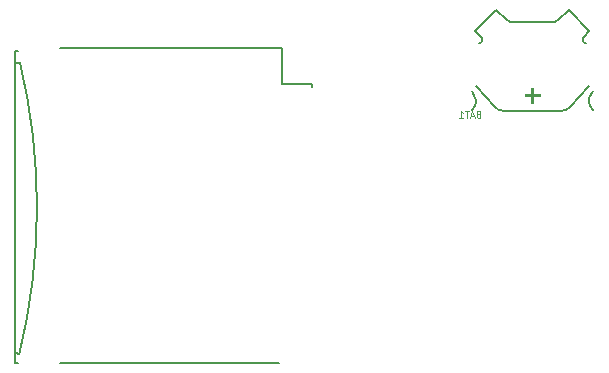
<source format=gbr>
%TF.GenerationSoftware,KiCad,Pcbnew,5.1.6-c6e7f7d~87~ubuntu20.04.1*%
%TF.CreationDate,2020-07-24T19:51:26+01:00*%
%TF.ProjectId,ETAG_GEN3,45544147-5f47-4454-9e33-2e6b69636164,rev?*%
%TF.SameCoordinates,Original*%
%TF.FileFunction,Legend,Bot*%
%TF.FilePolarity,Positive*%
%FSLAX46Y46*%
G04 Gerber Fmt 4.6, Leading zero omitted, Abs format (unit mm)*
G04 Created by KiCad (PCBNEW 5.1.6-c6e7f7d~87~ubuntu20.04.1) date 2020-07-24 19:51:26*
%MOMM*%
%LPD*%
G01*
G04 APERTURE LIST*
%ADD10C,0.127000*%
%ADD11C,0.200000*%
%ADD12C,0.100000*%
%ADD13C,0.046329*%
G04 APERTURE END LIST*
D10*
%TO.C,SD1*%
X115273100Y-88273601D02*
G75*
G02*
X115219100Y-112927600I-51184049J-12214950D01*
G01*
X140019100Y-90113600D02*
X140019100Y-90367600D01*
X137479100Y-90113600D02*
X140019100Y-90113600D01*
X137479100Y-87065600D02*
X137479100Y-90113600D01*
X118683100Y-87065600D02*
X137479100Y-87065600D01*
X114873100Y-87319600D02*
X115127100Y-87319600D01*
X114873100Y-113735600D02*
X114873100Y-87319600D01*
X115127100Y-113735600D02*
X114873100Y-113735600D01*
X137225100Y-113735600D02*
X118683100Y-113735600D01*
X115273100Y-88273600D02*
X114919100Y-88327600D01*
X115219100Y-112927600D02*
X114919100Y-112827600D01*
D11*
%TO.C,BAT1*%
X160555300Y-84793500D02*
X156766900Y-84793500D01*
X160555300Y-84793500D02*
G75*
G03*
X160842300Y-84678700I3468J407478D01*
G01*
X161760700Y-83789000D02*
X160842300Y-84678700D01*
X163482700Y-85625800D02*
X161760700Y-83789000D01*
X163023500Y-86085000D02*
X163482700Y-85625800D01*
X163023500Y-86085001D02*
G75*
G03*
X163195700Y-86630300I172200J-245460D01*
G01*
X163540100Y-91911100D02*
X163798400Y-92284200D01*
X163540100Y-91911100D02*
G75*
G02*
X163482700Y-91308400I472825J349115D01*
G01*
X163798400Y-90648300D02*
X163482700Y-91308400D01*
X161158000Y-92341600D02*
X158632400Y-92341600D01*
X161158000Y-92341600D02*
G75*
G03*
X161818100Y-92054600I26686J841237D01*
G01*
X163425300Y-90217800D02*
X161818100Y-92054600D01*
D12*
G36*
X158001000Y-90964000D02*
G01*
X159378600Y-90964000D01*
X159378600Y-91193600D01*
X158001000Y-91193600D01*
X158001000Y-90964000D01*
G37*
G36*
X158575000Y-90390000D02*
G01*
X158804600Y-90390000D01*
X158804600Y-91767600D01*
X158575000Y-91767600D01*
X158575000Y-90390000D01*
G37*
D11*
X156766900Y-84793500D02*
G75*
G02*
X156479900Y-84678700I-3468J407478D01*
G01*
X155561500Y-83789000D02*
X156479900Y-84678700D01*
X153839500Y-85625800D02*
X155561500Y-83789000D01*
X154298700Y-86085000D02*
X153839500Y-85625800D01*
X154298700Y-86085001D02*
G75*
G02*
X154126500Y-86630300I-172200J-245460D01*
G01*
X153782100Y-91911100D02*
X153523800Y-92284200D01*
X153782100Y-91911100D02*
G75*
G03*
X153839500Y-91308400I-472825J349115D01*
G01*
X153523800Y-90648300D02*
X153839500Y-91308400D01*
X156164200Y-92341600D02*
X158689800Y-92341600D01*
X156164200Y-92341600D02*
G75*
G02*
X155504100Y-92054600I-26686J841237D01*
G01*
X153896900Y-90217800D02*
X155504100Y-92054600D01*
D13*
X154064823Y-92620193D02*
X153982092Y-92647770D01*
X153954515Y-92675347D01*
X153926938Y-92730501D01*
X153926938Y-92813233D01*
X153954515Y-92868387D01*
X153982092Y-92895964D01*
X154037246Y-92923541D01*
X154257863Y-92923541D01*
X154257863Y-92344421D01*
X154064823Y-92344421D01*
X154009669Y-92371999D01*
X153982092Y-92399576D01*
X153954515Y-92454730D01*
X153954515Y-92509884D01*
X153982092Y-92565039D01*
X154009669Y-92592616D01*
X154064823Y-92620193D01*
X154257863Y-92620193D01*
X153706320Y-92758079D02*
X153430549Y-92758079D01*
X153761475Y-92923541D02*
X153568435Y-92344421D01*
X153375395Y-92923541D01*
X153265086Y-92344421D02*
X152934160Y-92344421D01*
X153099623Y-92923541D02*
X153099623Y-92344421D01*
X152437772Y-92923541D02*
X152768698Y-92923541D01*
X152603235Y-92923541D02*
X152603235Y-92344421D01*
X152658389Y-92427153D01*
X152713543Y-92482307D01*
X152768698Y-92509884D01*
%TD*%
M02*

</source>
